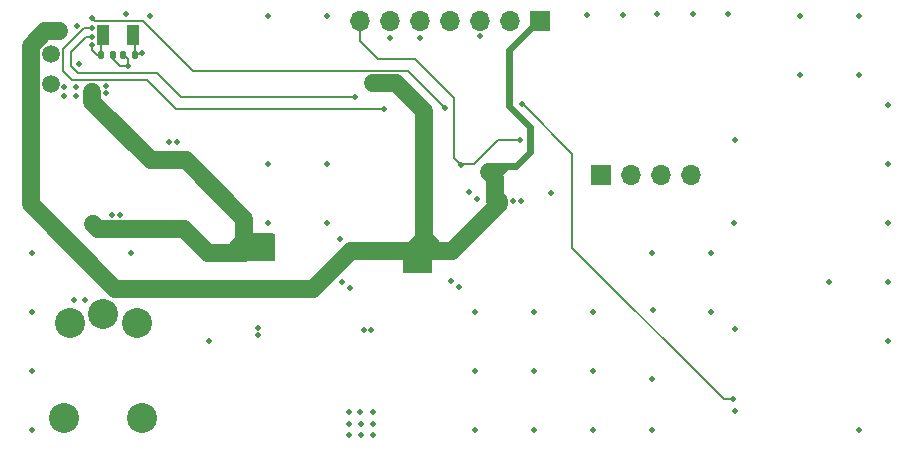
<source format=gbl>
G04 #@! TF.GenerationSoftware,KiCad,Pcbnew,9.0.0*
G04 #@! TF.CreationDate,2025-08-07T23:08:42-07:00*
G04 #@! TF.ProjectId,pocket_radio_v3,706f636b-6574-45f7-9261-64696f5f7633,rev?*
G04 #@! TF.SameCoordinates,Original*
G04 #@! TF.FileFunction,Copper,L4,Bot*
G04 #@! TF.FilePolarity,Positive*
%FSLAX46Y46*%
G04 Gerber Fmt 4.6, Leading zero omitted, Abs format (unit mm)*
G04 Created by KiCad (PCBNEW 9.0.0) date 2025-08-07 23:08:42*
%MOMM*%
%LPD*%
G01*
G04 APERTURE LIST*
G04 Aperture macros list*
%AMRoundRect*
0 Rectangle with rounded corners*
0 $1 Rounding radius*
0 $2 $3 $4 $5 $6 $7 $8 $9 X,Y pos of 4 corners*
0 Add a 4 corners polygon primitive as box body*
4,1,4,$2,$3,$4,$5,$6,$7,$8,$9,$2,$3,0*
0 Add four circle primitives for the rounded corners*
1,1,$1+$1,$2,$3*
1,1,$1+$1,$4,$5*
1,1,$1+$1,$6,$7*
1,1,$1+$1,$8,$9*
0 Add four rect primitives between the rounded corners*
20,1,$1+$1,$2,$3,$4,$5,0*
20,1,$1+$1,$4,$5,$6,$7,0*
20,1,$1+$1,$6,$7,$8,$9,0*
20,1,$1+$1,$8,$9,$2,$3,0*%
G04 Aperture macros list end*
G04 #@! TA.AperFunction,ComponentPad*
%ADD10R,1.700000X1.700000*%
G04 #@! TD*
G04 #@! TA.AperFunction,ComponentPad*
%ADD11O,1.700000X1.700000*%
G04 #@! TD*
G04 #@! TA.AperFunction,ComponentPad*
%ADD12C,2.540000*%
G04 #@! TD*
G04 #@! TA.AperFunction,ComponentPad*
%ADD13C,1.500000*%
G04 #@! TD*
G04 #@! TA.AperFunction,SMDPad,CuDef*
%ADD14R,1.000000X1.800000*%
G04 #@! TD*
G04 #@! TA.AperFunction,SMDPad,CuDef*
%ADD15RoundRect,0.140000X-0.140000X-0.170000X0.140000X-0.170000X0.140000X0.170000X-0.140000X0.170000X0*%
G04 #@! TD*
G04 #@! TA.AperFunction,SMDPad,CuDef*
%ADD16RoundRect,0.140000X0.140000X0.170000X-0.140000X0.170000X-0.140000X-0.170000X0.140000X-0.170000X0*%
G04 #@! TD*
G04 #@! TA.AperFunction,ViaPad*
%ADD17C,0.500000*%
G04 #@! TD*
G04 #@! TA.AperFunction,Conductor*
%ADD18C,0.203200*%
G04 #@! TD*
G04 #@! TA.AperFunction,Conductor*
%ADD19C,1.500000*%
G04 #@! TD*
G04 #@! TA.AperFunction,Conductor*
%ADD20C,0.600000*%
G04 #@! TD*
G04 APERTURE END LIST*
D10*
X145500000Y-75368095D03*
D11*
X142960000Y-75368095D03*
X140420000Y-75368095D03*
X137880000Y-75368095D03*
X135340000Y-75368095D03*
X132800000Y-75368095D03*
X130260000Y-75368095D03*
D10*
X150660000Y-88418095D03*
D11*
X153200000Y-88418095D03*
X155740000Y-88418095D03*
X158280000Y-88418095D03*
D12*
X108550000Y-100193095D03*
X105700000Y-100993095D03*
X111400000Y-100993095D03*
X105250000Y-108993095D03*
X111850000Y-108993095D03*
D13*
X104100000Y-78193095D03*
X104100000Y-80733095D03*
D14*
X111055000Y-76593095D03*
X108555000Y-76593095D03*
D15*
X110245000Y-78243095D03*
X111205000Y-78243095D03*
D16*
X109355000Y-78243095D03*
X108395000Y-78243095D03*
D17*
X172500000Y-80000000D03*
X167500000Y-80000000D03*
X170000000Y-97500000D03*
X160000000Y-100000000D03*
X160000000Y-95000000D03*
X155000000Y-95000000D03*
X155050000Y-105743095D03*
X150000000Y-100000000D03*
X145000000Y-100000000D03*
X140000000Y-100000000D03*
X140000000Y-105000000D03*
X145000000Y-105000000D03*
X150000000Y-105000000D03*
X110925000Y-95000000D03*
X122500000Y-92500000D03*
X127500000Y-92500000D03*
X127500000Y-87500000D03*
X122500000Y-87500000D03*
X112500000Y-75000000D03*
X122500000Y-75000000D03*
X127500000Y-75000000D03*
X167500000Y-75000000D03*
X172500000Y-75000000D03*
X175000000Y-82500000D03*
X175000000Y-87500000D03*
X175000000Y-92500000D03*
X175000000Y-97500000D03*
X175000000Y-102500000D03*
X172500000Y-110000000D03*
X155130993Y-99869007D03*
X155000000Y-110000000D03*
X150000000Y-110000000D03*
X145000000Y-110000000D03*
X140000000Y-110000000D03*
X117500000Y-102500000D03*
X102500000Y-110000000D03*
X102500000Y-105000000D03*
X102500000Y-100000000D03*
X102500000Y-95000000D03*
X161450000Y-74820623D03*
X158475000Y-74820623D03*
X155475000Y-74820623D03*
X152525000Y-74845623D03*
X149525000Y-74845623D03*
X108076000Y-92969095D03*
X107825000Y-81018095D03*
X120500000Y-95018095D03*
X107650000Y-92543095D03*
X121500000Y-94018095D03*
X121500000Y-95018095D03*
X120500000Y-94018095D03*
X128775000Y-97468095D03*
X143900000Y-90618095D03*
X109975000Y-91793095D03*
X110660000Y-79228095D03*
X162000000Y-101493095D03*
X106070000Y-98988095D03*
X129350000Y-108475000D03*
X138700000Y-97943095D03*
X138000000Y-97443095D03*
X106290000Y-75818095D03*
X106275000Y-81718095D03*
X135350000Y-76843095D03*
X129475000Y-97968095D03*
X140425000Y-76643095D03*
X114130000Y-85643095D03*
X130325000Y-108475000D03*
X106980000Y-98988095D03*
X130350000Y-109475000D03*
X108800000Y-80919695D03*
X131350000Y-109475000D03*
X105250000Y-80968095D03*
X128575000Y-93843095D03*
X162000000Y-85468095D03*
X140175000Y-90478095D03*
X143275000Y-90618095D03*
X105250000Y-81718095D03*
X139530269Y-89862826D03*
X162025000Y-108393095D03*
X132800000Y-76843095D03*
X106475000Y-79068095D03*
X131250000Y-101593095D03*
X109330000Y-91793095D03*
X130600000Y-101593095D03*
X114775000Y-85643095D03*
X131350000Y-108475000D03*
X129350000Y-110475000D03*
X146450000Y-89968095D03*
X130350000Y-110475000D03*
X121650000Y-102018095D03*
X110500000Y-74838895D03*
X129350000Y-109475000D03*
X161975000Y-92468095D03*
X131350000Y-110475000D03*
X121650000Y-101393095D03*
X106250000Y-80993095D03*
X108809000Y-81520623D03*
X141725000Y-90618095D03*
X104000000Y-76268095D03*
X134675000Y-95893095D03*
X104800000Y-76268095D03*
X131300000Y-80318095D03*
X134675000Y-94893095D03*
X140800000Y-88143095D03*
X135675000Y-95893095D03*
X142325000Y-90618095D03*
X133250000Y-80318095D03*
X135675000Y-94893095D03*
X138825000Y-87568095D03*
X143825000Y-85468095D03*
X107616889Y-77420623D03*
X111805000Y-78143095D03*
X132350000Y-82843095D03*
X107600000Y-76020623D03*
X129900000Y-81830695D03*
X107600000Y-76720623D03*
X144000000Y-82418095D03*
X161900000Y-107418095D03*
X107630000Y-75138095D03*
X137525000Y-82793095D03*
D18*
X161068095Y-107418095D02*
X161900000Y-107418095D01*
X148250000Y-94600000D02*
X161068095Y-107418095D01*
X144050000Y-82418095D02*
X148250000Y-86618095D01*
X148250000Y-86618095D02*
X148250000Y-94600000D01*
X144000000Y-82418095D02*
X144050000Y-82418095D01*
D19*
X102399000Y-77488517D02*
X103619422Y-76268095D01*
X103619422Y-76268095D02*
X104800000Y-76268095D01*
X126318095Y-98075000D02*
X109572874Y-98075000D01*
X102399000Y-90901126D02*
X102399000Y-77488517D01*
X129500000Y-94893095D02*
X126318095Y-98075000D01*
X109572874Y-98075000D02*
X102399000Y-90901126D01*
X135675000Y-94893095D02*
X129500000Y-94893095D01*
D18*
X115125000Y-81793095D02*
X129862400Y-81793095D01*
X106377528Y-79795623D02*
X113127528Y-79795623D01*
X105800000Y-78036600D02*
X105800000Y-79218095D01*
X107115977Y-76720623D02*
X105800000Y-78036600D01*
X113127528Y-79795623D02*
X115125000Y-81793095D01*
X129862400Y-81793095D02*
X129900000Y-81830695D01*
X107600000Y-76720623D02*
X107115977Y-76720623D01*
X105800000Y-79218095D02*
X106377528Y-79795623D01*
X114704309Y-82843095D02*
X132350000Y-82843095D01*
X112229309Y-80368095D02*
X114704309Y-82843095D01*
X105925000Y-80368095D02*
X112229309Y-80368095D01*
X105152600Y-77757093D02*
X105152600Y-78629097D01*
X105150000Y-79593095D02*
X105925000Y-80368095D01*
X105150000Y-77754493D02*
X105152600Y-77757093D01*
X105150000Y-77749359D02*
X105150000Y-77754493D01*
X106878736Y-76020623D02*
X105150000Y-77749359D01*
X107600000Y-76020623D02*
X106878736Y-76020623D01*
X105150000Y-78631697D02*
X105150000Y-79593095D01*
X105152600Y-78629097D02*
X105150000Y-78631697D01*
X107616889Y-77854984D02*
X108005000Y-78243095D01*
X107616889Y-77420623D02*
X107616889Y-77854984D01*
X108005000Y-78243095D02*
X108395000Y-78243095D01*
D19*
X108102528Y-92995623D02*
X108076000Y-92969095D01*
X117425000Y-95018095D02*
X115402528Y-92995623D01*
X119025000Y-95018095D02*
X117425000Y-95018095D01*
X115402528Y-92995623D02*
X108102528Y-92995623D01*
X120500000Y-95018095D02*
X120500000Y-94018095D01*
X108076000Y-92969095D02*
X107650000Y-92543095D01*
X119500000Y-95018095D02*
X120500000Y-94018095D01*
X120500000Y-94018095D02*
X120500000Y-92118095D01*
X115575000Y-87193095D02*
X112575000Y-87193095D01*
X120500000Y-92118095D02*
X115575000Y-87193095D01*
X112575000Y-87193095D02*
X107609000Y-82227095D01*
X120500000Y-95018095D02*
X119025000Y-95018095D01*
X119025000Y-95018095D02*
X119500000Y-95018095D01*
X107609000Y-82227095D02*
X107609000Y-81420695D01*
D18*
X109355000Y-78653095D02*
X109355000Y-78243095D01*
X110660000Y-79228095D02*
X110660000Y-78638095D01*
X110265000Y-78243095D02*
X110245000Y-78243095D01*
X110660000Y-78638095D02*
X110265000Y-78243095D01*
X109940000Y-79238095D02*
X109355000Y-78653095D01*
X110650000Y-79238095D02*
X109940000Y-79238095D01*
X110660000Y-79228095D02*
X110650000Y-79238095D01*
D20*
X141250000Y-87693095D02*
X142525000Y-87693095D01*
X144675000Y-86518095D02*
X144675000Y-84368095D01*
D19*
X134675000Y-94893095D02*
X135675000Y-93893095D01*
X135675000Y-82993095D02*
X133352600Y-80670695D01*
D20*
X140800000Y-88143095D02*
X141250000Y-87693095D01*
X144675000Y-84368095D02*
X142875000Y-82568095D01*
X142525000Y-87693095D02*
X142525000Y-87865495D01*
X142875000Y-77818095D02*
X145325000Y-75368095D01*
X145325000Y-75368095D02*
X145500000Y-75368095D01*
X142525000Y-87865495D02*
X141725000Y-88665495D01*
X142525000Y-87693095D02*
X143500000Y-87693095D01*
D19*
X135675000Y-93893095D02*
X135675000Y-93793095D01*
X136750000Y-94893095D02*
X138050000Y-94893095D01*
X142074000Y-90869095D02*
X142074000Y-90618095D01*
X138050000Y-94893095D02*
X142074000Y-90869095D01*
X135675000Y-93793095D02*
X135675000Y-82993095D01*
X135675000Y-93793095D02*
X136750000Y-94868095D01*
X141725000Y-88665495D02*
X141202600Y-88143095D01*
D20*
X143500000Y-87693095D02*
X144675000Y-86518095D01*
D19*
X136750000Y-94868095D02*
X136750000Y-94893095D01*
X135675000Y-94893095D02*
X135675000Y-93793095D01*
D20*
X142875000Y-82568095D02*
X142875000Y-77818095D01*
D19*
X133352600Y-80670695D02*
X131350000Y-80670695D01*
X135675000Y-94893095D02*
X136750000Y-94893095D01*
X141725000Y-90618095D02*
X141725000Y-88665495D01*
D18*
X138825000Y-87568095D02*
X138225000Y-86968095D01*
X131775000Y-78643095D02*
X130260000Y-77128095D01*
X143800000Y-85443095D02*
X143825000Y-85468095D01*
X138225000Y-81918095D02*
X134950000Y-78643095D01*
X130260000Y-77128095D02*
X130260000Y-75368095D01*
X138900000Y-87493095D02*
X139950000Y-87493095D01*
X138825000Y-87568095D02*
X138900000Y-87493095D01*
X139950000Y-87493095D02*
X142000000Y-85443095D01*
X138225000Y-86968095D02*
X138225000Y-81918095D01*
X142000000Y-85443095D02*
X143800000Y-85443095D01*
X134950000Y-78643095D02*
X131775000Y-78643095D01*
X108395000Y-76753095D02*
X108555000Y-76593095D01*
X108395000Y-78243095D02*
X108395000Y-76753095D01*
X111205000Y-78243095D02*
X111205000Y-76743095D01*
X111205000Y-76743095D02*
X111055000Y-76593095D01*
X111205000Y-78243095D02*
X111300000Y-78148095D01*
X111300000Y-78148095D02*
X111800000Y-78148095D01*
X111800000Y-78148095D02*
X111805000Y-78143095D01*
X137525000Y-82793095D02*
X134350000Y-79618095D01*
X107882400Y-75390495D02*
X107630000Y-75138095D01*
X109357600Y-75390495D02*
X107882400Y-75390495D01*
X110252400Y-75390495D02*
X110252400Y-75393095D01*
X111857600Y-75393095D02*
X111857600Y-75390495D01*
X116175000Y-79618095D02*
X111950000Y-75393095D01*
X109357600Y-75393095D02*
X109357600Y-75390495D01*
X134350000Y-79618095D02*
X116175000Y-79618095D01*
X111857600Y-75390495D02*
X110252400Y-75390495D01*
X110252400Y-75393095D02*
X109357600Y-75393095D01*
X111950000Y-75393095D02*
X111857600Y-75393095D01*
G04 #@! TA.AperFunction,Conductor*
G36*
X123018039Y-93387780D02*
G01*
X123063794Y-93440584D01*
X123075000Y-93492095D01*
X123075000Y-95619095D01*
X123055315Y-95686134D01*
X123002511Y-95731889D01*
X122951000Y-95743095D01*
X119874000Y-95743095D01*
X119806961Y-95723410D01*
X119761206Y-95670606D01*
X119750000Y-95619095D01*
X119750000Y-93492095D01*
X119769685Y-93425056D01*
X119822489Y-93379301D01*
X119874000Y-93368095D01*
X122951000Y-93368095D01*
X123018039Y-93387780D01*
G37*
G04 #@! TD.AperFunction*
G04 #@! TA.AperFunction,Conductor*
G36*
X136368039Y-94162780D02*
G01*
X136413794Y-94215584D01*
X136425000Y-94267095D01*
X136425000Y-96594095D01*
X136405315Y-96661134D01*
X136352511Y-96706889D01*
X136301000Y-96718095D01*
X134074000Y-96718095D01*
X134006961Y-96698410D01*
X133961206Y-96645606D01*
X133950000Y-96594095D01*
X133950000Y-94267095D01*
X133969685Y-94200056D01*
X134022489Y-94154301D01*
X134074000Y-94143095D01*
X136301000Y-94143095D01*
X136368039Y-94162780D01*
G37*
G04 #@! TD.AperFunction*
M02*

</source>
